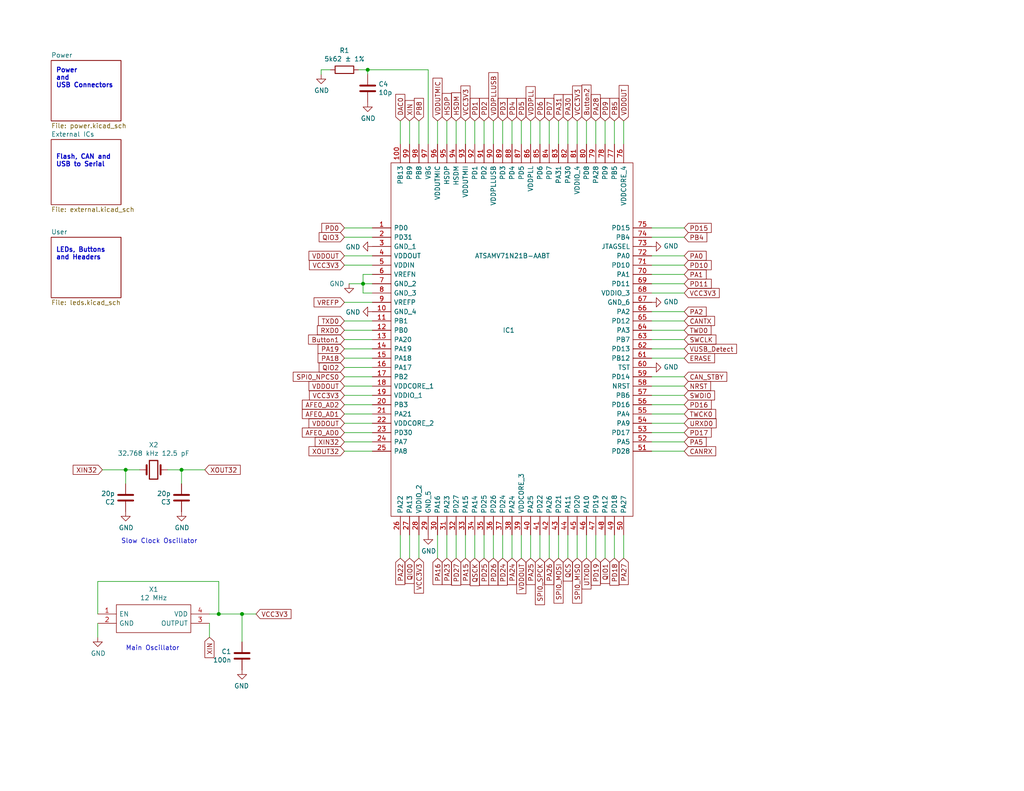
<source format=kicad_sch>
(kicad_sch (version 20211123) (generator eeschema)
  (paper "USLetter")
  (title_block (title "SAMduino") (date "2021-10-22") (rev "1.0") (company "Quantum Embedded Systems"))
  (lib_symbols
    (symbol "Device:C" (pin_numbers hide) (pin_names (offset 0.254))
      (property "Reference" "C" (at 0.635 2.54 0))
      (property "Value" "C" (at 0.635 -2.54 0))
      (symbol "C_0_1"
        (polyline (pts (xy -2.032 -0.762) (xy 2.032 -0.762)) (stroke (width 0.508)))
        (polyline (pts (xy -2.032 0.762) (xy 2.032 0.762)) (stroke (width 0.508)))
      )
      (symbol "C_1_1"
        (pin passive line (at 0 3.81 270) (length 2.794) (name "~") (number "1"))
        (pin passive line (at 0 -3.81 90) (length 2.794) (name "~") (number "2"))
      )
    )
    (symbol "Device:Crystal" (pin_numbers hide) (pin_names (offset 1.016) hide)
      (property "Reference" "Y" (at 0 3.81 0))
      (property "Value" "Crystal" (at 0 -3.81 0))
      (symbol "Crystal_0_1"
        (rectangle (start -1.143 2.54) (end 1.143 -2.54) (stroke (width 0.3048)))
        (polyline (pts (xy -2.54 0) (xy -1.905 0)))
        (polyline (pts (xy -1.905 -1.27) (xy -1.905 1.27)) (stroke (width 0.508)))
        (polyline (pts (xy 1.905 -1.27) (xy 1.905 1.27)) (stroke (width 0.508)))
        (polyline (pts (xy 2.54 0) (xy 1.905 0)))
      )
      (symbol "Crystal_1_1"
        (pin passive line (at -3.81 0 0) (length 1.27) (name "1") (number "1"))
        (pin passive line (at 3.81 0 180) (length 1.27) (name "2") (number "2"))
      )
    )
    (symbol "Device:R" (pin_numbers hide) (pin_names (offset 0))
      (property "Reference" "R" (at 2.032 0 90))
      (property "Value" "R" (at 0 0 90))
      (symbol "R_0_1"
        (rectangle (start -1.016 -2.54) (end 1.016 2.54) (stroke (width 0.254)))
      )
      (symbol "R_1_1"
        (pin passive line (at 0 3.81 270) (length 1.27) (name "~") (number "1"))
        (pin passive line (at 0 -3.81 90) (length 1.27) (name "~") (number "2"))
      )
    )
    (symbol "SamacSys_Parts:AMPMAFB-12.0000T" (pin_names (offset 0.762))
      (property "Reference" "Y" (at 26.67 7.62 0))
      (property "Value" "AMPMAFB-12.0000T" (at 26.67 5.08 0))
      (symbol "AMPMAFB-12.0000T_0_0"
        (pin passive line (at 0 0 0) (length 5.08) (name "EN") (number "1"))
        (pin passive line (at 0 -2.54 0) (length 5.08) (name "GND") (number "2"))
        (pin passive line (at 30.48 -2.54 180) (length 5.08) (name "OUTPUT") (number "3"))
        (pin passive line (at 30.48 0 180) (length 5.08) (name "VDD") (number "4"))
      )
      (symbol "AMPMAFB-12.0000T_0_1"
        (polyline (pts (xy 5.08 2.54) (xy 25.4 2.54) (xy 25.4 -5.08) (xy 5.08 -5.08) (xy 5.08 2.54)) (stroke (width 0.1524)))
      )
    )
    (symbol "SamacSys_Parts:ATSAMV71N21B-AABT" (pin_names (offset 0.762))
      (property "Reference" "IC" (at 72.39 22.86 0))
      (property "Value" "ATSAMV71N21B-AABT" (at 72.39 20.32 0))
      (symbol "ATSAMV71N21B-AABT_0_0"
        (pin passive line (at 0 0 0) (length 5.08) (name "PD0") (number "1"))
        (pin passive line (at 0 -22.86 0) (length 5.08) (name "GND_4") (number "10"))
        (pin passive line (at 7.62 22.86 270) (length 5.08) (name "PB13") (number "100"))
        (pin passive line (at 0 -25.4 0) (length 5.08) (name "PB1") (number "11"))
        (pin passive line (at 0 -27.94 0) (length 5.08) (name "PB0") (number "12"))
        (pin passive line (at 0 -30.48 0) (length 5.08) (name "PA20") (number "13"))
        (pin passive line (at 0 -33.02 0) (length 5.08) (name "PA19") (number "14"))
        (pin passive line (at 0 -35.56 0) (length 5.08) (name "PA18") (number "15"))
        (pin passive line (at 0 -38.1 0) (length 5.08) (name "PA17") (number "16"))
        (pin passive line (at 0 -40.64 0) (length 5.08) (name "PB2") (number "17"))
        (pin passive line (at 0 -43.18 0) (length 5.08) (name "VDDCORE_1") (number "18"))
        (pin passive line (at 0 -45.72 0) (length 5.08) (name "VDDIO_1") (number "19"))
        (pin passive line (at 0 -2.54 0) (length 5.08) (name "PD31") (number "2"))
        (pin passive line (at 0 -48.26 0) (length 5.08) (name "PB3") (number "20"))
        (pin passive line (at 0 -50.8 0) (length 5.08) (name "PA21") (number "21"))
        (pin passive line (at 0 -53.34 0) (length 5.08) (name "VDDCORE_2") (number "22"))
        (pin passive line (at 0 -55.88 0) (length 5.08) (name "PD30") (number "23"))
        (pin passive line (at 0 -58.42 0) (length 5.08) (name "PA7") (number "24"))
        (pin passive line (at 0 -60.96 0) (length 5.08) (name "PA8") (number "25"))
        (pin passive line (at 7.62 -83.82 90) (length 5.08) (name "PA22") (number "26"))
        (pin passive line (at 10.16 -83.82 90) (length 5.08) (name "PA13") (number "27"))
        (pin passive line (at 12.7 -83.82 90) (length 5.08) (name "VDDIO_2") (number "28"))
        (pin passive line (at 15.24 -83.82 90) (length 5.08) (name "GND_5") (number "29"))
        (pin passive line (at 0 -5.08 0) (length 5.08) (name "GND_1") (number "3"))
        (pin passive line (at 17.78 -83.82 90) (length 5.08) (name "PA16") (number "30"))
        (pin passive line (at 20.32 -83.82 90) (length 5.08) (name "PA23") (number "31"))
        (pin passive line (at 22.86 -83.82 90) (length 5.08) (name "PD27") (number "32"))
        (pin passive line (at 25.4 -83.82 90) (length 5.08) (name "PA15") (number "33"))
        (pin passive line (at 27.94 -83.82 90) (length 5.08) (name "PA14") (number "34"))
        (pin passive line (at 30.48 -83.82 90) (length 5.08) (name "PD25") (number "35"))
        (pin passive line (at 33.02 -83.82 90) (length 5.08) (name "PD26") (number "36"))
        (pin passive line (at 35.56 -83.82 90) (length 5.08) (name "PD24") (number "37"))
        (pin passive line (at 38.1 -83.82 90) (length 5.08) (name "PA24") (number "38"))
        (pin passive line (at 40.64 -83.82 90) (length 5.08) (name "VDDCORE_3") (number "39"))
        (pin passive line (at 0 -7.62 0) (length 5.08) (name "VDDOUT") (number "4"))
        (pin passive line (at 43.18 -83.82 90) (length 5.08) (name "PA25") (number "40"))
        (pin passive line (at 45.72 -83.82 90) (length 5.08) (name "PD22") (number "41"))
        (pin passive line (at 48.26 -83.82 90) (length 5.08) (name "PA26") (number "42"))
        (pin passive line (at 50.8 -83.82 90) (length 5.08) (name "PD21") (number "43"))
        (pin passive line (at 53.34 -83.82 90) (length 5.08) (name "PA11") (number "44"))
        (pin passive line (at 55.88 -83.82 90) (length 5.08) (name "PD20") (number "45"))
        (pin passive line (at 58.42 -83.82 90) (length 5.08) (name "PA10") (number "46"))
        (pin passive line (at 60.96 -83.82 90) (length 5.08) (name "PD19") (number "47"))
        (pin passive line (at 63.5 -83.82 90) (length 5.08) (name "PA12") (number "48"))
        (pin passive line (at 66.04 -83.82 90) (length 5.08) (name "PD18") (number "49"))
        (pin passive line (at 0 -10.16 0) (length 5.08) (name "VDDIN") (number "5"))
        (pin passive line (at 68.58 -83.82 90) (length 5.08) (name "PA27") (number "50"))
        (pin passive line (at 76.2 -60.96 180) (length 5.08) (name "PD28") (number "51"))
        (pin passive line (at 76.2 -58.42 180) (length 5.08) (name "PA5") (number "52"))
        (pin passive line (at 76.2 -55.88 180) (length 5.08) (name "PD17") (number "53"))
        (pin passive line (at 76.2 -53.34 180) (length 5.08) (name "PA9") (number "54"))
        (pin passive line (at 76.2 -50.8 180) (length 5.08) (name "PA4") (number "55"))
        (pin passive line (at 76.2 -48.26 180) (length 5.08) (name "PD16") (number "56"))
        (pin passive line (at 76.2 -45.72 180) (length 5.08) (name "PB6") (number "57"))
        (pin passive line (at 76.2 -43.18 180) (length 5.08) (name "NRST") (number "58"))
        (pin passive line (at 76.2 -40.64 180) (length 5.08) (name "PD14") (number "59"))
        (pin passive line (at 0 -12.7 0) (length 5.08) (name "VREFN") (number "6"))
        (pin passive line (at 76.2 -38.1 180) (length 5.08) (name "TST") (number "60"))
        (pin passive line (at 76.2 -35.56 180) (length 5.08) (name "PB12") (number "61"))
        (pin passive line (at 76.2 -33.02 180) (length 5.08) (name "PD13") (number "62"))
        (pin passive line (at 76.2 -30.48 180) (length 5.08) (name "PB7") (number "63"))
        (pin passive line (at 76.2 -27.94 180) (length 5.08) (name "PA3") (number "64"))
        (pin passive line (at 76.2 -25.4 180) (length 5.08) (name "PD12") (number "65"))
        (pin passive line (at 76.2 -22.86 180) (length 5.08) (name "PA2") (number "66"))
        (pin passive line (at 76.2 -20.32 180) (length 5.08) (name "GND_6") (number "67"))
        (pin passive line (at 76.2 -17.78 180) (length 5.08) (name "VDDIO_3") (number "68"))
        (pin passive line (at 76.2 -15.24 180) (length 5.08) (name "PD11") (number "69"))
        (pin passive line (at 0 -15.24 0) (length 5.08) (name "GND_2") (number "7"))
        (pin passive line (at 76.2 -12.7 180) (length 5.08) (name "PA1") (number "70"))
        (pin passive line (at 76.2 -10.16 180) (length 5.08) (name "PD10") (number "71"))
        (pin passive line (at 76.2 -7.62 180) (length 5.08) (name "PA0") (number "72"))
        (pin passive line (at 76.2 -5.08 180) (length 5.08) (name "JTAGSEL") (number "73"))
        (pin passive line (at 76.2 -2.54 180) (length 5.08) (name "PB4") (number "74"))
        (pin passive line (at 76.2 0 180) (length 5.08) (name "PD15") (number "75"))
        (pin passive line (at 68.58 22.86 270) (length 5.08) (name "VDDCORE_4") (number "76"))
        (pin passive line (at 66.04 22.86 270) (length 5.08) (name "PB5") (number "77"))
        (pin passive line (at 63.5 22.86 270) (length 5.08) (name "PD9") (number "78"))
        (pin passive line (at 60.96 22.86 270) (length 5.08) (name "PA28") (number "79"))
        (pin passive line (at 0 -17.78 0) (length 5.08) (name "GND_3") (number "8"))
        (pin passive line (at 58.42 22.86 270) (length 5.08) (name "PD8") (number "80"))
        (pin passive line (at 55.88 22.86 270) (length 5.08) (name "VDDIO_4") (number "81"))
        (pin passive line (at 53.34 22.86 270) (length 5.08) (name "PA30") (number "82"))
        (pin passive line (at 50.8 22.86 270) (length 5.08) (name "PA31") (number "83"))
        (pin passive line (at 48.26 22.86 270) (length 5.08) (name "PD7") (number "84"))
        (pin passive line (at 45.72 22.86 270) (length 5.08) (name "PD6") (number "85"))
        (pin passive line (at 43.18 22.86 270) (length 5.08) (name "VDDPLL") (number "86"))
        (pin passive line (at 40.64 22.86 270) (length 5.08) (name "PD5") (number "87"))
        (pin passive line (at 38.1 22.86 270) (length 5.08) (name "PD4") (number "88"))
        (pin passive line (at 35.56 22.86 270) (length 5.08) (name "PD3") (number "89"))
        (pin passive line (at 0 -20.32 0) (length 5.08) (name "VREFP") (number "9"))
        (pin passive line (at 33.02 22.86 270) (length 5.08) (name "VDDPLLUSB") (number "90"))
        (pin passive line (at 30.48 22.86 270) (length 5.08) (name "PD2") (number "91"))
        (pin passive line (at 27.94 22.86 270) (length 5.08) (name "PD1") (number "92"))
        (pin passive line (at 25.4 22.86 270) (length 5.08) (name "VDDUTMII") (number "93"))
        (pin passive line (at 22.86 22.86 270) (length 5.08) (name "HSDM") (number "94"))
        (pin passive line (at 20.32 22.86 270) (length 5.08) (name "HSDP") (number "95"))
        (pin passive line (at 17.78 22.86 270) (length 5.08) (name "VDDUTMIC") (number "96"))
        (pin passive line (at 15.24 22.86 270) (length 5.08) (name "VBG") (number "97"))
        (pin passive line (at 12.7 22.86 270) (length 5.08) (name "PB8") (number "98"))
        (pin passive line (at 10.16 22.86 270) (length 5.08) (name "PB9") (number "99"))
      )
      (symbol "ATSAMV71N21B-AABT_0_1"
        (polyline (pts (xy 5.08 17.78) (xy 71.12 17.78) (xy 71.12 -78.74) (xy 5.08 -78.74) (xy 5.08 17.78)) (stroke (width 0.1524)))
      )
    )
    (symbol "power:GND" (power) (pin_names (offset 0))
      (property "Value" "GND" (at 0 -3.81 0))
      (symbol "GND_0_1"
        (polyline (pts (xy 0 0) (xy 0 -1.27) (xy 1.27 -1.27) (xy 0 -2.54) (xy -1.27 -1.27) (xy 0 -1.27)))
      )
      (symbol "GND_1_1"
        (pin power_in line (at 0 0 270) (length 0) hide (name "GND") (number "1"))
      )
    )
  )
  (junction (at 100.33 19.05))
  (junction (at 99.06 77.47))
  (junction (at 34.29 128.27))
  (junction (at 59.69 167.64))
  (junction (at 66.04 167.64))
  (junction (at 49.53 128.27))
  (wire (pts (xy 34.29 128.27) (xy 27.94 128.27)))
  (wire (pts (xy 144.78 33.02) (xy 144.78 39.37)))
  (wire (pts (xy 93.98 62.23) (xy 101.6 62.23)))
  (wire (pts (xy 149.86 39.37) (xy 149.86 33.02)))
  (wire (pts (xy 59.69 167.64) (xy 66.04 167.64)))
  (wire (pts (xy 177.8 80.01) (xy 186.69 80.01)))
  (wire (pts (xy 177.8 115.57) (xy 186.69 115.57)))
  (wire (pts (xy 137.16 152.4) (xy 137.16 146.05)))
  (wire (pts (xy 177.8 123.19) (xy 186.69 123.19)))
  (wire (pts (xy 109.22 152.4) (xy 109.22 146.05)))
  (wire (pts (xy 177.8 77.47) (xy 186.69 77.47)))
  (wire (pts (xy 177.8 120.65) (xy 186.69 120.65)))
  (wire (pts (xy 160.02 152.4) (xy 160.02 146.05)))
  (wire (pts (xy 49.53 128.27) (xy 55.88 128.27)))
  (wire (pts (xy 26.67 158.75) (xy 26.67 167.64)))
  (wire (pts (xy 147.32 39.37) (xy 147.32 33.02)))
  (wire (pts (xy 111.76 39.37) (xy 111.76 33.02)))
  (wire (pts (xy 177.8 105.41) (xy 186.69 105.41)))
  (wire (pts (xy 101.6 64.77) (xy 93.98 64.77)))
  (wire (pts (xy 101.6 82.55) (xy 93.98 82.55)))
  (wire (pts (xy 69.85 167.64) (xy 66.04 167.64)))
  (wire (pts (xy 127 152.4) (xy 127 146.05)))
  (wire (pts (xy 129.54 152.4) (xy 129.54 146.05)))
  (wire (pts (xy 170.18 152.4) (xy 170.18 146.05)))
  (wire (pts (xy 116.84 19.05) (xy 116.84 39.37)))
  (wire (pts (xy 109.22 39.37) (xy 109.22 33.02)))
  (wire (pts (xy 93.98 115.57) (xy 101.6 115.57)))
  (wire (pts (xy 93.98 92.71) (xy 101.6 92.71)))
  (wire (pts (xy 66.04 167.64) (xy 66.04 175.26)))
  (wire (pts (xy 152.4 39.37) (xy 152.4 33.02)))
  (wire (pts (xy 134.62 33.02) (xy 134.62 39.37)))
  (wire (pts (xy 142.24 39.37) (xy 142.24 33.02)))
  (wire (pts (xy 177.8 64.77) (xy 186.69 64.77)))
  (wire (pts (xy 93.98 102.87) (xy 101.6 102.87)))
  (wire (pts (xy 101.6 74.93) (xy 99.06 74.93)))
  (wire (pts (xy 134.62 152.4) (xy 134.62 146.05)))
  (wire (pts (xy 157.48 39.37) (xy 157.48 33.02)))
  (wire (pts (xy 59.69 158.75) (xy 26.67 158.75)))
  (wire (pts (xy 144.78 152.4) (xy 144.78 146.05)))
  (wire (pts (xy 87.63 19.05) (xy 87.63 20.32)))
  (wire (pts (xy 177.8 85.09) (xy 186.69 85.09)))
  (wire (pts (xy 177.8 118.11) (xy 186.69 118.11)))
  (wire (pts (xy 132.08 39.37) (xy 132.08 33.02)))
  (wire (pts (xy 121.92 152.4) (xy 121.92 146.05)))
  (wire (pts (xy 177.8 62.23) (xy 186.69 62.23)))
  (wire (pts (xy 177.8 97.79) (xy 186.69 97.79)))
  (wire (pts (xy 177.8 69.85) (xy 186.69 69.85)))
  (wire (pts (xy 99.06 77.47) (xy 99.06 80.01)))
  (wire (pts (xy 101.6 80.01) (xy 99.06 80.01)))
  (wire (pts (xy 34.29 128.27) (xy 34.29 132.08)))
  (wire (pts (xy 177.8 107.95) (xy 186.69 107.95)))
  (wire (pts (xy 93.98 110.49) (xy 101.6 110.49)))
  (wire (pts (xy 93.98 107.95) (xy 101.6 107.95)))
  (wire (pts (xy 177.8 95.25) (xy 186.69 95.25)))
  (wire (pts (xy 121.92 39.37) (xy 121.92 33.02)))
  (wire (pts (xy 162.56 152.4) (xy 162.56 146.05)))
  (wire (pts (xy 177.8 102.87) (xy 186.69 102.87)))
  (wire (pts (xy 101.6 113.03) (xy 93.98 113.03)))
  (wire (pts (xy 165.1 39.37) (xy 165.1 33.02)))
  (wire (pts (xy 26.67 170.18) (xy 26.67 173.99)))
  (wire (pts (xy 100.33 19.05) (xy 116.84 19.05)))
  (wire (pts (xy 101.6 123.19) (xy 93.98 123.19)))
  (wire (pts (xy 38.1 128.27) (xy 34.29 128.27)))
  (wire (pts (xy 137.16 39.37) (xy 137.16 33.02)))
  (wire (pts (xy 162.56 39.37) (xy 162.56 33.02)))
  (wire (pts (xy 139.7 39.37) (xy 139.7 33.02)))
  (wire (pts (xy 90.17 19.05) (xy 87.63 19.05)))
  (wire (pts (xy 154.94 152.4) (xy 154.94 146.05)))
  (wire (pts (xy 99.06 74.93) (xy 99.06 77.47)))
  (wire (pts (xy 97.79 19.05) (xy 100.33 19.05)))
  (wire (pts (xy 154.94 39.37) (xy 154.94 33.02)))
  (wire (pts (xy 177.8 90.17) (xy 186.69 90.17)))
  (wire (pts (xy 124.46 152.4) (xy 124.46 146.05)))
  (wire (pts (xy 101.6 77.47) (xy 99.06 77.47)))
  (wire (pts (xy 93.98 97.79) (xy 101.6 97.79)))
  (wire (pts (xy 177.8 110.49) (xy 186.69 110.49)))
  (wire (pts (xy 93.98 120.65) (xy 101.6 120.65)))
  (wire (pts (xy 124.46 33.02) (xy 124.46 39.37)))
  (wire (pts (xy 167.64 152.4) (xy 167.64 146.05)))
  (wire (pts (xy 114.3 39.37) (xy 114.3 33.02)))
  (wire (pts (xy 114.3 146.05) (xy 114.3 152.4)))
  (wire (pts (xy 132.08 146.05) (xy 132.08 152.4)))
  (wire (pts (xy 177.8 113.03) (xy 186.69 113.03)))
  (wire (pts (xy 170.18 39.37) (xy 170.18 33.02)))
  (wire (pts (xy 99.06 77.47) (xy 95.25 77.47)))
  (wire (pts (xy 160.02 39.37) (xy 160.02 33.02)))
  (wire (pts (xy 157.48 152.4) (xy 157.48 146.05)))
  (wire (pts (xy 129.54 39.37) (xy 129.54 33.02)))
  (wire (pts (xy 119.38 33.02) (xy 119.38 39.37)))
  (wire (pts (xy 177.8 74.93) (xy 186.69 74.93)))
  (wire (pts (xy 127 39.37) (xy 127 33.02)))
  (wire (pts (xy 49.53 128.27) (xy 49.53 132.08)))
  (wire (pts (xy 152.4 152.4) (xy 152.4 146.05)))
  (wire (pts (xy 142.24 146.05) (xy 142.24 152.4)))
  (wire (pts (xy 93.98 105.41) (xy 101.6 105.41)))
  (wire (pts (xy 111.76 152.4) (xy 111.76 146.05)))
  (wire (pts (xy 165.1 152.4) (xy 165.1 146.05)))
  (wire (pts (xy 147.32 152.4) (xy 147.32 146.05)))
  (wire (pts (xy 149.86 152.4) (xy 149.86 146.05)))
  (wire (pts (xy 101.6 69.85) (xy 93.98 69.85)))
  (wire (pts (xy 93.98 100.33) (xy 101.6 100.33)))
  (wire (pts (xy 57.15 167.64) (xy 59.69 167.64)))
  (wire (pts (xy 57.15 170.18) (xy 57.15 173.99)))
  (wire (pts (xy 93.98 72.39) (xy 101.6 72.39)))
  (wire (pts (xy 93.98 95.25) (xy 101.6 95.25)))
  (wire (pts (xy 177.8 87.63) (xy 186.69 87.63)))
  (wire (pts (xy 167.64 39.37) (xy 167.64 33.02)))
  (wire (pts (xy 119.38 152.4) (xy 119.38 146.05)))
  (wire (pts (xy 101.6 90.17) (xy 93.98 90.17)))
  (wire (pts (xy 93.98 118.11) (xy 101.6 118.11)))
  (wire (pts (xy 177.8 72.39) (xy 186.69 72.39)))
  (wire (pts (xy 100.33 20.32) (xy 100.33 19.05)))
  (wire (pts (xy 59.69 167.64) (xy 59.69 158.75)))
  (wire (pts (xy 177.8 92.71) (xy 186.69 92.71)))
  (wire (pts (xy 139.7 152.4) (xy 139.7 146.05)))
  (wire (pts (xy 101.6 87.63) (xy 93.98 87.63)))
  (wire (pts (xy 45.72 128.27) (xy 49.53 128.27)))
  (text "Main Oscillator" (at 34.29 177.8 0) (effects (font (size 1.27 1.27)) (justify left bottom)))
  (text "Flash, CAN and\nUSB to Serial" (at 15.24 45.72 0) (effects (font (size 1.27 1.27) (thickness 0.254) bold) (justify left bottom)))
  (text "LEDs, Buttons\nand Headers" (at 15.24 71.12 0) (effects (font (size 1.27 1.27) (thickness 0.254) bold) (justify left bottom)))
  (text "Slow Clock Oscillator" (at 33.02 148.59 0) (effects (font (size 1.27 1.27)) (justify left bottom)))
  (text "Power\nand \nUSB Connectors" (at 15.24 24.13 0) (effects (font (size 1.27 1.27) (thickness 0.254) bold) (justify left bottom)))
  (global_label "PA1" (shape input) (at 186.69 74.93 0) (property "Intersheet References" "${INTERSHEET_REFS}" (effects hide)))
  (global_label "PD0" (shape input) (at 93.98 62.23 180) (property "Intersheet References" "${INTERSHEET_REFS}" (effects hide)))
  (global_label "QIO1" (shape input) (at 165.1 152.4 270) (property "Intersheet References" "${INTERSHEET_REFS}" (effects hide)))
  (global_label "PA27" (shape input) (at 170.18 152.4 270) (property "Intersheet References" "${INTERSHEET_REFS}" (effects hide)))
  (global_label "ERASE" (shape input) (at 186.69 97.79 0) (property "Intersheet References" "${INTERSHEET_REFS}" (effects hide)))
  (global_label "CAN_STBY" (shape input) (at 186.69 102.87 0) (property "Intersheet References" "${INTERSHEET_REFS}" (effects hide)))
  (global_label "XOUT32" (shape input) (at 93.98 123.19 180) (property "Intersheet References" "${INTERSHEET_REFS}" (effects hide)))
  (global_label "VDDPLLUSB" (shape input) (at 134.62 33.02 90) (property "Intersheet References" "${INTERSHEET_REFS}" (effects hide)))
  (global_label "QCS" (shape input) (at 154.94 152.4 270) (property "Intersheet References" "${INTERSHEET_REFS}" (effects hide)))
  (global_label "PA31" (shape input) (at 152.4 33.02 90) (property "Intersheet References" "${INTERSHEET_REFS}" (effects hide)))
  (global_label "PD2" (shape input) (at 132.08 33.02 90) (property "Intersheet References" "${INTERSHEET_REFS}" (effects hide)))
  (global_label "PD24" (shape input) (at 137.16 152.4 270) (property "Intersheet References" "${INTERSHEET_REFS}" (effects hide)))
  (global_label "VCC3V3" (shape input) (at 127 33.02 90) (property "Intersheet References" "${INTERSHEET_REFS}" (effects hide)))
  (global_label "UTXD0" (shape input) (at 160.02 152.4 270) (property "Intersheet References" "${INTERSHEET_REFS}" (effects hide)))
  (global_label "PD5" (shape input) (at 142.24 33.02 90) (property "Intersheet References" "${INTERSHEET_REFS}" (effects hide)))
  (global_label "PD25" (shape input) (at 132.08 152.4 270) (property "Intersheet References" "${INTERSHEET_REFS}" (effects hide)))
  (global_label "PA23" (shape input) (at 121.92 152.4 270) (property "Intersheet References" "${INTERSHEET_REFS}" (effects hide)))
  (global_label "PA0" (shape input) (at 186.69 69.85 0) (property "Intersheet References" "${INTERSHEET_REFS}" (effects hide)))
  (global_label "QIO3" (shape input) (at 93.98 64.77 180) (property "Intersheet References" "${INTERSHEET_REFS}" (effects hide)))
  (global_label "QIO2" (shape input) (at 93.98 100.33 180) (property "Intersheet References" "${INTERSHEET_REFS}" (effects hide)))
  (global_label "VCC3V3" (shape input) (at 93.98 107.95 180) (property "Intersheet References" "${INTERSHEET_REFS}" (effects hide)))
  (global_label "VCC3V3" (shape input) (at 114.3 152.4 270) (property "Intersheet References" "${INTERSHEET_REFS}" (effects hide)))
  (global_label "XIN32" (shape input) (at 27.94 128.27 180) (property "Intersheet References" "${INTERSHEET_REFS}" (effects hide)))
  (global_label "AFE0_AD1" (shape input) (at 93.98 113.03 180) (property "Intersheet References" "${INTERSHEET_REFS}" (effects hide)))
  (global_label "RXD0" (shape input) (at 93.98 90.17 180) (property "Intersheet References" "${INTERSHEET_REFS}" (effects hide)))
  (global_label "PD4" (shape input) (at 139.7 33.02 90) (property "Intersheet References" "${INTERSHEET_REFS}" (effects hide)))
  (global_label "VCC3V3" (shape input) (at 69.85 167.64 0) (property "Intersheet References" "${INTERSHEET_REFS}" (effects hide)))
  (global_label "PD11" (shape input) (at 186.69 77.47 0) (property "Intersheet References" "${INTERSHEET_REFS}" (effects hide)))
  (global_label "PA19" (shape input) (at 93.98 95.25 180) (property "Intersheet References" "${INTERSHEET_REFS}" (effects hide)))
  (global_label "SWCLK" (shape input) (at 186.69 92.71 0) (property "Intersheet References" "${INTERSHEET_REFS}" (effects hide)))
  (global_label "PD9" (shape input) (at 165.1 33.02 90) (property "Intersheet References" "${INTERSHEET_REFS}" (effects hide)))
  (global_label "VDDUTMIC" (shape input) (at 119.38 33.02 90) (property "Intersheet References" "${INTERSHEET_REFS}" (effects hide)))
  (global_label "PD1" (shape input) (at 129.54 33.02 90) (property "Intersheet References" "${INTERSHEET_REFS}" (effects hide)))
  (global_label "PD26" (shape input) (at 134.62 152.4 270) (property "Intersheet References" "${INTERSHEET_REFS}" (effects hide)))
  (global_label "QIO0" (shape input) (at 111.76 152.4 270) (property "Intersheet References" "${INTERSHEET_REFS}" (effects hide)))
  (global_label "PA25" (shape input) (at 144.78 152.4 270) (property "Intersheet References" "${INTERSHEET_REFS}" (effects hide)))
  (global_label "VREFP" (shape input) (at 93.98 82.55 180) (property "Intersheet References" "${INTERSHEET_REFS}" (effects hide)))
  (global_label "URXD0" (shape input) (at 186.69 115.57 0) (property "Intersheet References" "${INTERSHEET_REFS}" (effects hide)))
  (global_label "DAC0" (shape input) (at 109.22 33.02 90) (property "Intersheet References" "${INTERSHEET_REFS}" (effects hide)))
  (global_label "PD6" (shape input) (at 147.32 33.02 90) (property "Intersheet References" "${INTERSHEET_REFS}" (effects hide)))
  (global_label "PD18" (shape input) (at 167.64 152.4 270) (property "Intersheet References" "${INTERSHEET_REFS}" (effects hide)))
  (global_label "PA15" (shape input) (at 127 152.4 270) (property "Intersheet References" "${INTERSHEET_REFS}" (effects hide)))
  (global_label "XOUT32" (shape input) (at 55.88 128.27 0) (property "Intersheet References" "${INTERSHEET_REFS}" (effects hide)))
  (global_label "HSDP" (shape input) (at 121.92 33.02 90) (property "Intersheet References" "${INTERSHEET_REFS}" (effects hide)))
  (global_label "PA30" (shape input) (at 154.94 33.02 90) (property "Intersheet References" "${INTERSHEET_REFS}" (effects hide)))
  (global_label "PA22" (shape input) (at 109.22 152.4 270) (property "Intersheet References" "${INTERSHEET_REFS}" (effects hide)))
  (global_label "PD10" (shape input) (at 186.69 72.39 0) (property "Intersheet References" "${INTERSHEET_REFS}" (effects hide)))
  (global_label "PD7" (shape input) (at 149.86 33.02 90) (property "Intersheet References" "${INTERSHEET_REFS}" (effects hide)))
  (global_label "SPI0_MISO" (shape input) (at 157.48 152.4 270) (property "Intersheet References" "${INTERSHEET_REFS}" (effects hide)))
  (global_label "PA5" (shape input) (at 186.69 120.65 0) (property "Intersheet References" "${INTERSHEET_REFS}" (effects hide)))
  (global_label "PB8" (shape input) (at 114.3 33.02 90) (property "Intersheet References" "${INTERSHEET_REFS}" (effects hide)))
  (global_label "VCC3V3" (shape input) (at 93.98 72.39 180) (property "Intersheet References" "${INTERSHEET_REFS}" (effects hide)))
  (global_label "AFE0_AD2" (shape input) (at 93.98 110.49 180) (property "Intersheet References" "${INTERSHEET_REFS}" (effects hide)))
  (global_label "XIN" (shape input) (at 111.76 33.02 90) (property "Intersheet References" "${INTERSHEET_REFS}" (effects hide)))
  (global_label "PA26" (shape input) (at 149.86 152.4 270) (property "Intersheet References" "${INTERSHEET_REFS}" (effects hide)))
  (global_label "CANTX" (shape input) (at 186.69 87.63 0) (property "Intersheet References" "${INTERSHEET_REFS}" (effects hide)))
  (global_label "SPI0_NPCS0" (shape input) (at 93.98 102.87 180) (property "Intersheet References" "${INTERSHEET_REFS}" (effects hide)))
  (global_label "VUSB_Detect" (shape input) (at 186.69 95.25 0) (property "Intersheet References" "${INTERSHEET_REFS}" (effects hide)))
  (global_label "NRST" (shape input) (at 186.69 105.41 0) (property "Intersheet References" "${INTERSHEET_REFS}" (effects hide)))
  (global_label "PD3" (shape input) (at 137.16 33.02 90) (property "Intersheet References" "${INTERSHEET_REFS}" (effects hide)))
  (global_label "VDDPLL" (shape input) (at 144.78 33.02 90) (property "Intersheet References" "${INTERSHEET_REFS}" (effects hide)))
  (global_label "TWCK0" (shape input) (at 186.69 113.03 0) (property "Intersheet References" "${INTERSHEET_REFS}" (effects hide)))
  (global_label "SWDIO" (shape input) (at 186.69 107.95 0) (property "Intersheet References" "${INTERSHEET_REFS}" (effects hide)))
  (global_label "PD19" (shape input) (at 162.56 152.4 270) (property "Intersheet References" "${INTERSHEET_REFS}" (effects hide)))
  (global_label "XIN32" (shape input) (at 93.98 120.65 180) (property "Intersheet References" "${INTERSHEET_REFS}" (effects hide)))
  (global_label "VDDOUT" (shape input) (at 170.18 33.02 90) (property "Intersheet References" "${INTERSHEET_REFS}" (effects hide)))
  (global_label "SPI0_SPCK" (shape input) (at 147.32 152.4 270) (property "Intersheet References" "${INTERSHEET_REFS}" (effects hide)))
  (global_label "HSDM" (shape input) (at 124.46 33.02 90) (property "Intersheet References" "${INTERSHEET_REFS}" (effects hide)))
  (global_label "PA16" (shape input) (at 119.38 152.4 270) (property "Intersheet References" "${INTERSHEET_REFS}" (effects hide)))
  (global_label "PD27" (shape input) (at 124.46 152.4 270) (property "Intersheet References" "${INTERSHEET_REFS}" (effects hide)))
  (global_label "XIN" (shape input) (at 57.15 173.99 270) (property "Intersheet References" "${INTERSHEET_REFS}" (effects hide)))
  (global_label "VCC3V3" (shape input) (at 186.69 80.01 0) (property "Intersheet References" "${INTERSHEET_REFS}" (effects hide)))
  (global_label "PA24" (shape input) (at 139.7 152.4 270) (property "Intersheet References" "${INTERSHEET_REFS}" (effects hide)))
  (global_label "PA18" (shape input) (at 93.98 97.79 180) (property "Intersheet References" "${INTERSHEET_REFS}" (effects hide)))
  (global_label "PA2" (shape input) (at 186.69 85.09 0) (property "Intersheet References" "${INTERSHEET_REFS}" (effects hide)))
  (global_label "AFE0_AD0" (shape input) (at 93.98 118.11 180) (property "Intersheet References" "${INTERSHEET_REFS}" (effects hide)))
  (global_label "CANRX" (shape input) (at 186.69 123.19 0) (property "Intersheet References" "${INTERSHEET_REFS}" (effects hide)))
  (global_label "SPI0_MOSI" (shape input) (at 152.4 152.4 270) (property "Intersheet References" "${INTERSHEET_REFS}" (effects hide)))
  (global_label "VCC3V3" (shape input) (at 157.48 33.02 90) (property "Intersheet References" "${INTERSHEET_REFS}" (effects hide)))
  (global_label "PA28" (shape input) (at 162.56 33.02 90) (property "Intersheet References" "${INTERSHEET_REFS}" (effects hide)))
  (global_label "TXD0" (shape input) (at 93.98 87.63 180) (property "Intersheet References" "${INTERSHEET_REFS}" (effects hide)))
  (global_label "VDDOUT" (shape input) (at 142.24 152.4 270) (property "Intersheet References" "${INTERSHEET_REFS}" (effects hide)))
  (global_label "VDDOUT" (shape input) (at 93.98 115.57 180) (property "Intersheet References" "${INTERSHEET_REFS}" (effects hide)))
  (global_label "QSCK" (shape input) (at 129.54 152.4 270) (property "Intersheet References" "${INTERSHEET_REFS}" (effects hide)))
  (global_label "PB4" (shape input) (at 186.69 64.77 0) (property "Intersheet References" "${INTERSHEET_REFS}" (effects hide)))
  (global_label "PD15" (shape input) (at 186.69 62.23 0) (property "Intersheet References" "${INTERSHEET_REFS}" (effects hide)))
  (global_label "Button1" (shape input) (at 93.98 92.71 180) (property "Intersheet References" "${INTERSHEET_REFS}" (effects hide)))
  (global_label "PD17" (shape input) (at 186.69 118.11 0) (property "Intersheet References" "${INTERSHEET_REFS}" (effects hide)))
  (global_label "PB5" (shape input) (at 167.64 33.02 90) (property "Intersheet References" "${INTERSHEET_REFS}" (effects hide)))
  (global_label "VDDOUT" (shape input) (at 93.98 105.41 180) (property "Intersheet References" "${INTERSHEET_REFS}" (effects hide)))
  (global_label "TWD0" (shape input) (at 186.69 90.17 0) (property "Intersheet References" "${INTERSHEET_REFS}" (effects hide)))
  (global_label "PD16" (shape input) (at 186.69 110.49 0) (property "Intersheet References" "${INTERSHEET_REFS}" (effects hide)))
  (global_label "VDDOUT" (shape input) (at 93.98 69.85 180) (property "Intersheet References" "${INTERSHEET_REFS}" (effects hide)))
  (global_label "Button2" (shape input) (at 160.02 33.02 90) (property "Intersheet References" "${INTERSHEET_REFS}" (effects hide)))
  (symbol (lib_id "SamacSys_Parts:ATSAMV71N21B-AABT") (at 101.6 62.23 0) (unit 1)
    (property "Reference" "IC1" (at 137.16 90.17 0) (effects (justify left)))
    (property "Value" "ATSAMV71N21B-AABT" (at 129.54 69.85 0) (effects (justify left)))
    (property "Footprint" "SamacSys_Parts:QFP50P1600X1600X160-100N" (effects hide))
    (property "Datasheet" "https://componentsearchengine.com/Datasheets/1/ATSAMV71N21B-AABT.pdf" (effects hide))
    (property "Description" "ARM Microcontrollers - MCU 300Mhz, 2MB Flash, 384KB SRAM, LQFP100, T&R" (effects hide))
    (property "Height" "1.6" (effects hide))
    (property "Mouser Part Number" "556-ATSAMV71N21BAABT" (effects hide))
    (property "Mouser Price/Stock" "https://www.mouser.com/Search/Refine.aspx?Keyword=556-ATSAMV71N21BAABT" (effects hide))
    (property "Manufacturer_Name" "Microchip" (effects hide))
    (property "Manufacturer_Part_Number" "ATSAMV71N21B-AABT" (effects hide))
  )
  (symbol (lib_id "Device:C") (at 49.53 135.89 180) (unit 1)
    (property "Reference" "C3" (at 46.609 137.0584 0) (effects (justify left)))
    (property "Value" "20p" (at 46.609 134.747 0) (effects (justify left)))
    (property "Footprint" "Capacitor_SMD:C_0603_1608Metric" (effects hide))
  )
  (symbol (lib_id "Device:C") (at 34.29 135.89 180) (unit 1)
    (property "Reference" "C2" (at 31.369 137.0584 0) (effects (justify left)))
    (property "Value" "20p" (at 31.369 134.747 0) (effects (justify left)))
    (property "Footprint" "Capacitor_SMD:C_0603_1608Metric" (effects hide))
  )
  (symbol (lib_id "Device:C") (at 66.04 179.07 0) (mirror y) (unit 1)
    (property "Reference" "C1" (at 63.119 177.9016 0) (effects (justify left)))
    (property "Value" "100n" (at 63.119 180.213 0) (effects (justify left)))
    (property "Footprint" "Capacitor_SMD:C_0402_1005Metric" (effects hide))
  )
  (symbol (lib_id "power:GND") (at 26.67 173.99 0) (unit 1)
    (property "Reference" "#PWR04" (effects hide))
    (property "Value" "GND" (at 26.797 178.3842 0))
  )
  (symbol (lib_id "power:GND") (at 66.04 182.88 0) (mirror y) (unit 1)
    (property "Reference" "#PWR01" (effects hide))
    (property "Value" "GND" (at 65.913 187.2742 0))
  )
  (symbol (lib_id "power:GND") (at 177.8 67.31 90) (unit 1)
    (property "Reference" "#PWR011" (effects hide))
    (property "Value" "GND" (at 181.0512 67.183 90) (effects (justify right)))
  )
  (symbol (lib_id "power:GND") (at 34.29 139.7 0) (unit 1)
    (property "Reference" "#PWR02" (effects hide))
    (property "Value" "GND" (at 34.417 144.0942 0))
  )
  (symbol (lib_id "power:GND") (at 49.53 139.7 0) (unit 1)
    (property "Reference" "#PWR03" (effects hide))
    (property "Value" "GND" (at 49.657 144.0942 0))
  )
  (symbol (lib_id "power:GND") (at 177.8 100.33 90) (unit 1)
    (property "Reference" "#PWR013" (effects hide))
    (property "Value" "GND" (at 181.0512 100.203 90) (effects (justify right)))
  )
  (symbol (lib_id "power:GND") (at 177.8 82.55 90) (unit 1)
    (property "Reference" "#PWR012" (effects hide))
    (property "Value" "GND" (at 181.0512 82.423 90) (effects (justify right)))
  )
  (symbol (lib_id "power:GND") (at 116.84 146.05 0) (unit 1)
    (property "Reference" "#PWR010" (effects hide))
    (property "Value" "GND" (at 116.967 150.4442 0))
  )
  (symbol (lib_id "power:GND") (at 101.6 85.09 270) (unit 1)
    (property "Reference" "#PWR09" (effects hide))
    (property "Value" "GND" (at 98.3488 85.217 90) (effects (justify right)))
  )
  (symbol (lib_id "power:GND") (at 101.6 67.31 270) (unit 1)
    (property "Reference" "#PWR08" (effects hide))
    (property "Value" "GND" (at 98.3488 67.437 90) (effects (justify right)))
  )
  (symbol (lib_id "power:GND") (at 95.25 77.47 0) (unit 1)
    (property "Reference" "#PWR06" (effects hide))
    (property "Value" "GND" (at 93.98 77.47 0) (effects (justify right)))
  )
  (symbol (lib_id "Device:Crystal") (at 41.91 128.27 0) (unit 1)
    (property "Reference" "X2" (at 41.91 121.4628 0))
    (property "Value" "32.768 kHz 12.5 pF" (at 41.91 123.7742 0))
    (property "Footprint" "SamacSys_Parts:CM9VT1A" (effects hide))
    (property "Part Number" "CM9V-T1A-32.768kHz-12.5pF-20PPM-TA-QC" (effects hide))
    (property "Mouser Part Number" "428-202257-MC01" (effects hide))
  )
  (symbol (lib_id "Device:R") (at 93.98 19.05 270) (unit 1)
    (property "Reference" "R1" (at 93.98 13.7922 90))
    (property "Value" "5k62 ± 1%" (at 93.98 16.1036 90))
    (property "Footprint" "Resistor_SMD:R_0402_1005Metric" (effects hide))
  )
  (symbol (lib_id "Device:C") (at 100.33 24.13 0) (unit 1)
    (property "Reference" "C4" (at 103.251 22.9616 0) (effects (justify left)))
    (property "Value" "10p" (at 103.251 25.273 0) (effects (justify left)))
    (property "Footprint" "Capacitor_SMD:C_0603_1608Metric" (effects hide))
  )
  (symbol (lib_id "power:GND") (at 87.63 20.32 0) (unit 1)
    (property "Reference" "#PWR05" (effects hide))
    (property "Value" "GND" (at 87.757 24.7142 0))
  )
  (symbol (lib_id "power:GND") (at 100.33 27.94 0) (unit 1)
    (property "Reference" "#PWR07" (effects hide))
    (property "Value" "GND" (at 100.457 32.3342 0))
  )
  (symbol (lib_id "SamacSys_Parts:AMPMAFB-12.0000T") (at 26.67 167.64 0) (unit 1)
    (property "Reference" "X1" (at 41.91 160.909 0))
    (property "Value" "12 MHz" (at 41.91 163.2204 0))
    (property "Footprint" "SamacSys_Parts:ASTMUPCE3312000MHZLJET" (effects hide))
    (property "Description" "12 MHz Crystal or MEMS oscillator" (effects hide))
    (property "Height" "0.89" (effects hide))
  )
  (sheet (at 13.97 16.51) (size 19.05 16.51)
    (property "Sheet name" "Power" (at 13.97 15.7984 0) (effects (justify left bottom)))
    (property "Sheet file" "power.kicad_sch" (at 13.97 33.6046 0) (effects (justify left top)))
  )
  (sheet (at 13.97 38.1) (size 19.05 17.78)
    (property "Sheet name" "External ICs" (at 13.97 37.3884 0) (effects (justify left bottom)))
    (property "Sheet file" "external.kicad_sch" (at 13.97 56.4646 0) (effects (justify left top)))
  )
  (sheet (at 13.97 64.77) (size 19.05 16.51)
    (property "Sheet name" "User" (at 13.97 64.0584 0) (effects (justify left bottom)))
    (property "Sheet file" "leds.kicad_sch" (at 13.97 81.8646 0) (effects (justify left top)))
  )
)
</source>
